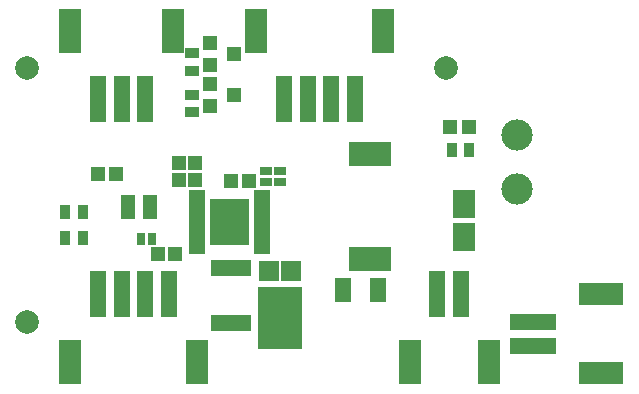
<source format=gbr>
G04 #@! TF.FileFunction,Soldermask,Top*
%FSLAX46Y46*%
G04 Gerber Fmt 4.6, Leading zero omitted, Abs format (unit mm)*
G04 Created by KiCad (PCBNEW 4.0.7) date 04/07/18 18:35:28*
%MOMM*%
%LPD*%
G01*
G04 APERTURE LIST*
%ADD10C,0.100000*%
%ADD11R,1.150000X0.800000*%
%ADD12R,1.900000X2.350000*%
%ADD13R,1.400000X3.900000*%
%ADD14R,1.900000X3.800000*%
%ADD15R,1.200000X1.150000*%
%ADD16R,1.400000X2.000000*%
%ADD17R,3.400000X1.400000*%
%ADD18R,1.150000X1.200000*%
%ADD19R,1.000000X0.800000*%
%ADD20R,0.800000X1.000000*%
%ADD21C,2.000000*%
%ADD22C,2.650000*%
%ADD23R,1.450000X0.850000*%
%ADD24R,1.870000X1.295000*%
%ADD25R,1.790000X1.800000*%
%ADD26R,3.760000X5.260000*%
%ADD27R,1.200000X1.200000*%
%ADD28R,1.300000X1.200000*%
%ADD29R,3.600000X2.000000*%
%ADD30R,3.900000X1.400000*%
%ADD31R,3.800000X1.900000*%
%ADD32R,1.300000X0.900000*%
%ADD33R,0.900000X1.300000*%
G04 APERTURE END LIST*
D10*
D11*
X12950000Y15750000D03*
X11050000Y16400000D03*
X11050000Y15100000D03*
X11050000Y15750000D03*
X12950000Y15100000D03*
X12950000Y16400000D03*
D12*
X39500000Y15975000D03*
X39500000Y13225000D03*
D13*
X12500000Y24875000D03*
X10500000Y24875000D03*
X8500000Y24875000D03*
D14*
X14850000Y30625000D03*
X6150000Y30625000D03*
D15*
X15050000Y11750000D03*
X13550000Y11750000D03*
D16*
X29250000Y8750000D03*
X32250000Y8750000D03*
D17*
X19750000Y5950000D03*
X19750000Y10550000D03*
D18*
X16750000Y18000000D03*
X16750000Y19500000D03*
D15*
X21300000Y17950000D03*
X19800000Y17950000D03*
D19*
X23950000Y17850000D03*
X23950000Y18750000D03*
X22700000Y18750000D03*
X22700000Y17850000D03*
D20*
X12150000Y13000000D03*
X13050000Y13000000D03*
D21*
X2500000Y6000000D03*
X38000000Y27500000D03*
X2500000Y27500000D03*
D22*
X44000000Y21850000D03*
X44000000Y17250000D03*
D23*
X22425000Y12175000D03*
X22425000Y12825000D03*
X22425000Y13475000D03*
X22425000Y14125000D03*
X22425000Y14775000D03*
X22425000Y15425000D03*
X22425000Y16075000D03*
X22425000Y16725000D03*
X16875000Y16725000D03*
X16875000Y16075000D03*
X16875000Y15425000D03*
X16875000Y14775000D03*
X16875000Y14125000D03*
X16875000Y13475000D03*
X16875000Y12825000D03*
X16875000Y12175000D03*
D24*
X18915000Y15792500D03*
X18915000Y14897500D03*
X18915000Y14002500D03*
X18915000Y13107500D03*
X20385000Y15792500D03*
X20385000Y14897500D03*
X20385000Y14002500D03*
X20385000Y13107500D03*
D25*
X24820000Y10356000D03*
D26*
X23900000Y6374000D03*
D25*
X22980000Y10356000D03*
D27*
X38300000Y22500000D03*
X39900000Y22500000D03*
D18*
X15400000Y18000000D03*
X15400000Y19500000D03*
D28*
X18000000Y26150000D03*
X18000000Y24250000D03*
X20000000Y25200000D03*
X18000000Y29650000D03*
X18000000Y27750000D03*
X20000000Y28700000D03*
D29*
X31500000Y20200000D03*
X31500000Y11300000D03*
D13*
X30250000Y24875000D03*
X28250000Y24875000D03*
X26250000Y24875000D03*
X24250000Y24875000D03*
D14*
X32600000Y30625000D03*
X21900000Y30625000D03*
D13*
X8500000Y8375000D03*
X10500000Y8375000D03*
X12500000Y8375000D03*
X14500000Y8375000D03*
D14*
X6150000Y2625000D03*
X16850000Y2625000D03*
D30*
X45375000Y4000000D03*
X45375000Y6000000D03*
D31*
X51125000Y1650000D03*
X51125000Y8350000D03*
D13*
X37250000Y8375000D03*
X39250000Y8375000D03*
D14*
X34900000Y2625000D03*
X41600000Y2625000D03*
D15*
X8500000Y18500000D03*
X10000000Y18500000D03*
D32*
X16500000Y25250000D03*
X16500000Y23750000D03*
X16500000Y28750000D03*
X16500000Y27250000D03*
D33*
X38450000Y20600000D03*
X39950000Y20600000D03*
X7250000Y15300000D03*
X5750000Y15300000D03*
X7250000Y13150000D03*
X5750000Y13150000D03*
M02*

</source>
